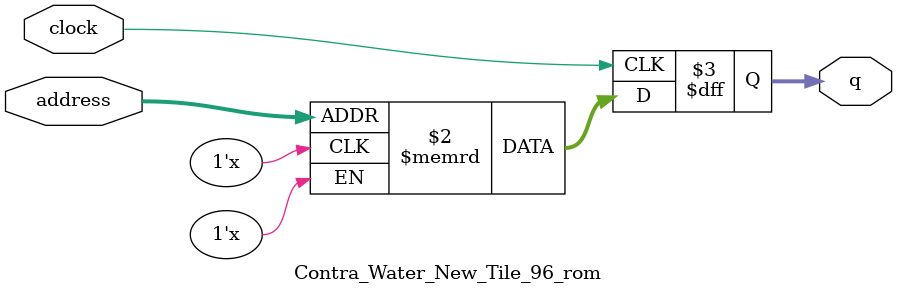
<source format=sv>
module Contra_Water_New_Tile_96_rom (
	input logic clock,
	input logic [13:0] address,
	output logic [1:0] q
);

logic [1:0] memory [0:9215] /* synthesis ram_init_file = "./Contra_Water_New_Tile_96/Contra_Water_New_Tile_96.mif" */;

always_ff @ (posedge clock) begin
	q <= memory[address];
end

endmodule

</source>
